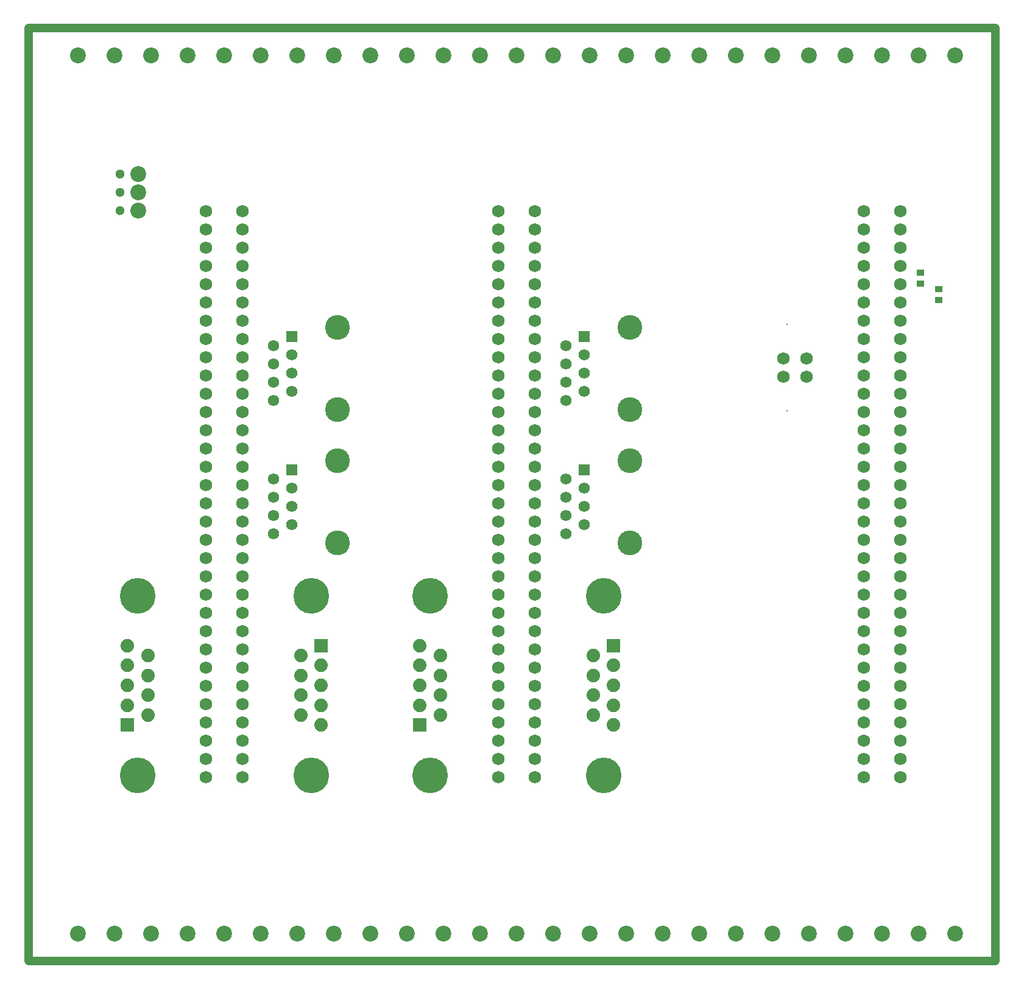
<source format=gbs>
%FSTAX23Y23*%
%MOIN*%
%SFA1B1*%

%IPPOS*%
%ADD16C,0.047244*%
%ADD28C,0.074409*%
%ADD29R,0.074409X0.074409*%
%ADD30C,0.195275*%
%ADD31C,0.068110*%
%ADD32C,0.135827*%
%ADD33C,0.061811*%
%ADD34R,0.061811X0.061811*%
%ADD35C,0.051181*%
%ADD36C,0.086614*%
%ADD37C,0.007874*%
%ADD38R,0.043307X0.035433*%
%LNbackplane-1*%
%LPD*%
G54D16*
X03729Y01629D02*
X0902D01*
Y0674D02*
Y01629D01*
X03729Y0674D02*
X0902D01*
X03729D02*
Y01629D01*
G54D28*
X05329Y02922D03*
X05218Y02976D03*
X05329Y03031D03*
X05218Y03085D03*
X05329Y0314D03*
X05218Y03194D03*
X05329Y03249D03*
X05218Y03303D03*
X0427Y03358D03*
X04381Y03303D03*
X0427Y03249D03*
X04381Y03194D03*
X0427Y0314D03*
X04381Y03085D03*
X0427Y03031D03*
X04381Y02976D03*
X06929Y02922D03*
X06818Y02976D03*
X06929Y03031D03*
X06818Y03085D03*
X06929Y0314D03*
X06818Y03194D03*
X06929Y03249D03*
X06818Y03303D03*
X0587Y03358D03*
X05981Y03303D03*
X0587Y03249D03*
X05981Y03194D03*
X0587Y0314D03*
X05981Y03085D03*
X0587Y03031D03*
X05981Y02976D03*
G54D29*
X05329Y03358D03*
X0427Y02922D03*
X06929Y03358D03*
X0587Y02922D03*
G54D30*
X05274Y03631D03*
Y02648D03*
X04325D03*
Y03631D03*
X06874D03*
Y02648D03*
X05925D03*
Y03631D03*
G54D31*
X049Y05735D03*
Y05635D03*
Y05535D03*
Y05435D03*
Y05335D03*
Y05235D03*
Y05135D03*
Y05035D03*
Y04935D03*
Y04835D03*
Y04735D03*
Y04635D03*
Y04535D03*
Y04435D03*
Y04335D03*
Y04235D03*
Y04135D03*
Y04035D03*
Y03935D03*
Y03835D03*
Y03735D03*
Y03635D03*
Y03535D03*
Y03435D03*
Y03335D03*
Y03235D03*
Y03135D03*
Y03035D03*
Y02935D03*
Y02835D03*
Y02735D03*
Y02635D03*
X047Y05735D03*
Y05635D03*
Y05535D03*
Y05435D03*
Y05335D03*
Y05235D03*
Y05135D03*
Y05035D03*
Y04935D03*
Y04835D03*
Y04735D03*
Y04635D03*
Y04535D03*
Y04435D03*
Y04335D03*
Y04235D03*
Y04135D03*
Y04035D03*
Y03935D03*
Y03835D03*
Y03735D03*
Y03635D03*
Y03535D03*
Y03435D03*
Y03335D03*
Y03235D03*
Y03135D03*
Y03035D03*
Y02935D03*
Y02835D03*
Y02735D03*
Y02635D03*
X085Y05735D03*
Y05635D03*
Y05535D03*
Y05435D03*
Y05335D03*
Y05235D03*
Y05135D03*
Y05035D03*
Y04935D03*
Y04835D03*
Y04735D03*
Y04635D03*
Y04535D03*
Y04435D03*
Y04335D03*
Y04235D03*
Y04135D03*
Y04035D03*
Y03935D03*
Y03835D03*
Y03735D03*
Y03635D03*
Y03535D03*
Y03435D03*
Y03335D03*
Y03235D03*
Y03135D03*
Y03035D03*
Y02935D03*
Y02835D03*
Y02735D03*
Y02635D03*
X083Y05735D03*
Y05635D03*
Y05535D03*
Y05435D03*
Y05335D03*
Y05235D03*
Y05135D03*
Y05035D03*
Y04935D03*
Y04835D03*
Y04735D03*
Y04635D03*
Y04535D03*
Y04435D03*
Y04335D03*
Y04235D03*
Y04135D03*
Y04035D03*
Y03935D03*
Y03835D03*
Y03735D03*
Y03635D03*
Y03535D03*
Y03435D03*
Y03335D03*
Y03235D03*
Y03135D03*
Y03035D03*
Y02935D03*
Y02835D03*
Y02735D03*
Y02635D03*
X065Y05735D03*
Y05635D03*
Y05535D03*
Y05435D03*
Y05335D03*
Y05235D03*
Y05135D03*
Y05035D03*
Y04935D03*
Y04835D03*
Y04735D03*
Y04635D03*
Y04535D03*
Y04435D03*
Y04335D03*
Y04235D03*
Y04135D03*
Y04035D03*
Y03935D03*
Y03835D03*
Y03735D03*
Y03635D03*
Y03535D03*
Y03435D03*
Y03335D03*
Y03235D03*
Y03135D03*
Y03035D03*
Y02935D03*
Y02835D03*
Y02735D03*
Y02635D03*
X063Y05735D03*
Y05635D03*
Y05535D03*
Y05435D03*
Y05335D03*
Y05235D03*
Y05135D03*
Y05035D03*
Y04935D03*
Y04835D03*
Y04735D03*
Y04635D03*
Y04535D03*
Y04435D03*
Y04335D03*
Y04235D03*
Y04135D03*
Y04035D03*
Y03935D03*
Y03835D03*
Y03735D03*
Y03635D03*
Y03535D03*
Y03435D03*
Y03335D03*
Y03235D03*
Y03135D03*
Y03035D03*
Y02935D03*
Y02835D03*
Y02735D03*
Y02635D03*
X07858Y0483D03*
Y04929D03*
X07984D03*
Y0483D03*
G54D32*
X0542Y0392D03*
Y0437D03*
Y051D03*
Y0465D03*
X0702Y051D03*
Y0465D03*
Y0392D03*
Y0437D03*
G54D33*
X0507Y0397D03*
X0517Y0402D03*
X0507Y0407D03*
X0517Y0412D03*
X0507Y0417D03*
X0517Y0422D03*
X0507Y0427D03*
Y05D03*
X0517Y0495D03*
X0507Y049D03*
X0517Y0485D03*
X0507Y048D03*
X0517Y0475D03*
X0507Y047D03*
X0667Y05D03*
X0677Y0495D03*
X0667Y049D03*
X0677Y0485D03*
X0667Y048D03*
X0677Y0475D03*
X0667Y047D03*
Y0397D03*
X0677Y0402D03*
X0667Y0407D03*
X0677Y0412D03*
X0667Y0417D03*
X0677Y0422D03*
X0667Y0427D03*
G54D34*
X0517Y0432D03*
Y0505D03*
X0677D03*
Y0432D03*
G54D35*
X04229Y0594D03*
Y0584D03*
Y0574D03*
G54D36*
X04329Y0594D03*
Y0584D03*
Y0574D03*
X074Y01779D03*
X076D03*
X072D03*
X066D03*
X07D03*
X068D03*
X06D03*
X064D03*
X062D03*
X044D03*
X046D03*
X042D03*
X05D03*
X052D03*
X048D03*
X054D03*
X058D03*
X056D03*
X04D03*
X076Y0659D03*
X074D03*
X07D03*
X072D03*
X064D03*
X062D03*
X066D03*
X068D03*
X052D03*
X05D03*
X046D03*
X048D03*
X056D03*
X054D03*
X058D03*
X06D03*
X04D03*
X042D03*
X044D03*
X078Y01779D03*
Y0659D03*
X082D03*
X08D03*
X086D03*
X084D03*
X088D03*
X08Y01779D03*
X082D03*
X084D03*
X088D03*
X086D03*
G54D37*
X07878Y05116D03*
Y04642D03*
G54D38*
X08609Y05399D03*
Y0534D03*
X08709Y05309D03*
Y0525D03*
M02*
</source>
